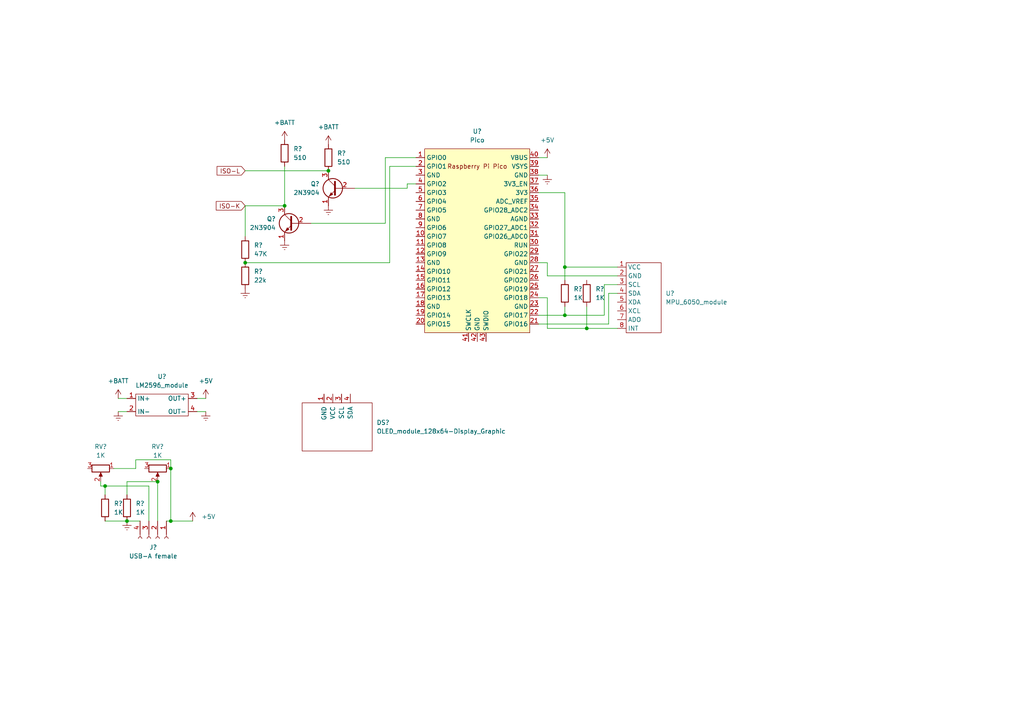
<source format=kicad_sch>
(kicad_sch (version 20211123) (generator eeschema)
  (paper "A4")
  (lib_symbols
    (symbol "Connector:Conn_01x04_Female" (pin_names (offset 1.016) hide)
      (property "Reference" "J" (at 0 5.08 0))
      (property "Value" "Conn_01x04_Female" (at 0 -7.62 0))
      (symbol "Conn_01x04_Female_1_1"
        (arc (start 0 -4.572) (mid -0.508 -5.08) (end 0 -5.588) (stroke (width 0.1524)))
        (arc (start 0 -2.032) (mid -0.508 -2.54) (end 0 -3.048) (stroke (width 0.1524)))
        (polyline (pts (xy -1.27 -5.08) (xy -0.508 -5.08)) (stroke (width 0.1524)))
        (polyline (pts (xy -1.27 -2.54) (xy -0.508 -2.54)) (stroke (width 0.1524)))
        (polyline (pts (xy -1.27 0) (xy -0.508 0)) (stroke (width 0.1524)))
        (polyline (pts (xy -1.27 2.54) (xy -0.508 2.54)) (stroke (width 0.1524)))
        (arc (start 0 0.508) (mid -0.508 0) (end 0 -0.508) (stroke (width 0.1524)))
        (arc (start 0 3.048) (mid -0.508 2.54) (end 0 2.032) (stroke (width 0.1524)))
        (pin passive line (at -5.08 2.54 0) (length 3.81) (name "Pin_1") (number "1"))
        (pin passive line (at -5.08 0 0) (length 3.81) (name "Pin_2") (number "2"))
        (pin passive line (at -5.08 -2.54 0) (length 3.81) (name "Pin_3") (number "3"))
        (pin passive line (at -5.08 -5.08 0) (length 3.81) (name "Pin_4") (number "4"))
      )
    )
    (symbol "Device:R" (pin_numbers hide) (pin_names (offset 0))
      (property "Reference" "R" (at 2.032 0 90))
      (property "Value" "R" (at 0 0 90))
      (symbol "R_0_1"
        (rectangle (start -1.016 -2.54) (end 1.016 2.54) (stroke (width 0.254)))
      )
      (symbol "R_1_1"
        (pin passive line (at 0 3.81 270) (length 1.27) (name "~") (number "1"))
        (pin passive line (at 0 -3.81 90) (length 1.27) (name "~") (number "2"))
      )
    )
    (symbol "Device:R_Potentiometer" (pin_names (offset 1.016) hide)
      (property "Reference" "RV" (at -4.445 0 90))
      (property "Value" "R_Potentiometer" (at -2.54 0 90))
      (symbol "R_Potentiometer_0_1"
        (polyline (pts (xy 2.54 0) (xy 1.524 0)))
        (polyline (pts (xy 1.143 0) (xy 2.286 0.508) (xy 2.286 -0.508) (xy 1.143 0)) (fill (type outline)))
        (rectangle (start 1.016 2.54) (end -1.016 -2.54) (stroke (width 0.254)))
      )
      (symbol "R_Potentiometer_1_1"
        (pin passive line (at 0 3.81 270) (length 1.27) (name "1") (number "1"))
        (pin passive line (at 3.81 0 180) (length 1.27) (name "2") (number "2"))
        (pin passive line (at 0 -3.81 90) (length 1.27) (name "3") (number "3"))
      )
    )
    (symbol "Display_Graphic:OLED_module_128x64-Display_Graphic" (pin_names (offset 1.016))
      (property "Reference" "DS1" (at -1.905 0.8347 90))
      (property "Value" "OLED_module_128x64-Display_Graphic" (at -1.905 -1.7022 90))
      (symbol "OLED_module_128x64-Display_Graphic_0_1"
        (rectangle (start 10.16 2.54) (end -10.16 16.51))
      )
      (symbol "OLED_module_128x64-Display_Graphic_1_1"
        (pin power_in line (at -3.81 19.05 270) (length 2.54) (name "GND") (number "1"))
        (pin power_in line (at -1.27 19.05 270) (length 2.54) (name "VCC") (number "2"))
        (pin bidirectional line (at 1.27 19.05 270) (length 2.54) (name "SCL") (number "3"))
        (pin bidirectional line (at 3.81 19.05 270) (length 2.54) (name "SDA") (number "4"))
      )
    )
    (symbol "MCU_Module:Pico"
      (property "Reference" "U" (at -13.97 27.94 0))
      (property "Value" "Pico" (at 0 19.05 0))
      (symbol "Pico_0_0"
        (text "Raspberry Pi Pico" (at 0 21.59 0) (effects (font (size 1.27 1.27))))
      )
      (symbol "Pico_0_1"
        (rectangle (start -15.24 26.67) (end 15.24 -26.67) (fill (type background)))
      )
      (symbol "Pico_1_1"
        (pin bidirectional line (at -17.78 24.13 0) (length 2.54) (name "GPIO0") (number "1"))
        (pin bidirectional line (at -17.78 1.27 0) (length 2.54) (name "GPIO7") (number "10"))
        (pin bidirectional line (at -17.78 -1.27 0) (length 2.54) (name "GPIO8") (number "11"))
        (pin bidirectional line (at -17.78 -3.81 0) (length 2.54) (name "GPIO9") (number "12"))
        (pin power_in line (at -17.78 -6.35 0) (length 2.54) (name "GND") (number "13"))
        (pin bidirectional line (at -17.78 -8.89 0) (length 2.54) (name "GPIO10") (number "14"))
        (pin bidirectional line (at -17.78 -11.43 0) (length 2.54) (name "GPIO11") (number "15"))
        (pin bidirectional line (at -17.78 -13.97 0) (length 2.54) (name "GPIO12") (number "16"))
        (pin bidirectional line (at -17.78 -16.51 0) (length 2.54) (name "GPIO13") (number "17"))
        (pin power_in line (at -17.78 -19.05 0) (length 2.54) (name "GND") (number "18"))
        (pin bidirectional line (at -17.78 -21.59 0) (length 2.54) (name "GPIO14") (number "19"))
        (pin bidirectional line (at -17.78 21.59 0) (length 2.54) (name "GPIO1") (number "2"))
        (pin bidirectional line (at -17.78 -24.13 0) (length 2.54) (name "GPIO15") (number "20"))
        (pin bidirectional line (at 17.78 -24.13 180) (length 2.54) (name "GPIO16") (number "21"))
        (pin bidirectional line (at 17.78 -21.59 180) (length 2.54) (name "GPIO17") (number "22"))
        (pin power_in line (at 17.78 -19.05 180) (length 2.54) (name "GND") (number "23"))
        (pin bidirectional line (at 17.78 -16.51 180) (length 2.54) (name "GPIO18") (number "24"))
        (pin bidirectional line (at 17.78 -13.97 180) (length 2.54) (name "GPIO19") (number "25"))
        (pin bidirectional line (at 17.78 -11.43 180) (length 2.54) (name "GPIO20") (number "26"))
        (pin bidirectional line (at 17.78 -8.89 180) (length 2.54) (name "GPIO21") (number "27"))
        (pin power_in line (at 17.78 -6.35 180) (length 2.54) (name "GND") (number "28"))
        (pin bidirectional line (at 17.78 -3.81 180) (length 2.54) (name "GPIO22") (number "29"))
        (pin power_in line (at -17.78 19.05 0) (length 2.54) (name "GND") (number "3"))
        (pin input line (at 17.78 -1.27 180) (length 2.54) (name "RUN") (number "30"))
        (pin bidirectional line (at 17.78 1.27 180) (length 2.54) (name "GPIO26_ADC0") (number "31"))
        (pin bidirectional line (at 17.78 3.81 180) (length 2.54) (name "GPIO27_ADC1") (number "32"))
        (pin power_in line (at 17.78 6.35 180) (length 2.54) (name "AGND") (number "33"))
        (pin bidirectional line (at 17.78 8.89 180) (length 2.54) (name "GPIO28_ADC2") (number "34"))
        (pin power_in line (at 17.78 11.43 180) (length 2.54) (name "ADC_VREF") (number "35"))
        (pin power_in line (at 17.78 13.97 180) (length 2.54) (name "3V3") (number "36"))
        (pin input line (at 17.78 16.51 180) (length 2.54) (name "3V3_EN") (number "37"))
        (pin bidirectional line (at 17.78 19.05 180) (length 2.54) (name "GND") (number "38"))
        (pin power_in line (at 17.78 21.59 180) (length 2.54) (name "VSYS") (number "39"))
        (pin bidirectional line (at -17.78 16.51 0) (length 2.54) (name "GPIO2") (number "4"))
        (pin power_in line (at 17.78 24.13 180) (length 2.54) (name "VBUS") (number "40"))
        (pin input line (at -2.54 -29.21 90) (length 2.54) (name "SWCLK") (number "41"))
        (pin power_in line (at 0 -29.21 90) (length 2.54) (name "GND") (number "42"))
        (pin bidirectional line (at 2.54 -29.21 90) (length 2.54) (name "SWDIO") (number "43"))
        (pin bidirectional line (at -17.78 13.97 0) (length 2.54) (name "GPIO3") (number "5"))
        (pin bidirectional line (at -17.78 11.43 0) (length 2.54) (name "GPIO4") (number "6"))
        (pin bidirectional line (at -17.78 8.89 0) (length 2.54) (name "GPIO5") (number "7"))
        (pin power_in line (at -17.78 6.35 0) (length 2.54) (name "GND") (number "8"))
        (pin bidirectional line (at -17.78 3.81 0) (length 2.54) (name "GPIO6") (number "9"))
      )
    )
    (symbol "Regulator_Controller:LM2596_module"
      (property "Reference" "U" (at 0 7.62 0))
      (property "Value" "LM2596_module" (at 0 10.16 0))
      (symbol "LM2596_module_0_1"
        (rectangle (start -7.62 5.08) (end 7.62 -1.27))
        (rectangle (start 105.41 48.26) (end 105.41 48.26))
        (rectangle (start 105.41 48.26) (end 105.41 48.26))
      )
      (symbol "LM2596_module_1_1"
        (pin input line (at -10.16 3.81 0) (length 2.54) (name "IN+") (number "1"))
        (pin input line (at -10.16 0 0) (length 2.54) (name "IN-") (number "2"))
        (pin input line (at 10.16 3.81 180) (length 2.54) (name "OUT+") (number "3"))
        (pin input line (at 10.16 0 180) (length 2.54) (name "OUT-") (number "4"))
      )
    )
    (symbol "Sensor_Motion:MPU_6050_module"
      (property "Reference" "U" (at 0 11.43 0))
      (property "Value" "MPU_6050_module" (at 0 13.97 0))
      (symbol "MPU_6050_module_0_1"
        (rectangle (start -5.08 10.16) (end 5.08 -10.16))
      )
      (symbol "MPU_6050_module_1_1"
        (pin input line (at -7.62 8.89 0) (length 2.54) (name "VCC") (number "1"))
        (pin input line (at -7.62 6.35 0) (length 2.54) (name "GND") (number "2"))
        (pin input line (at -7.62 3.81 0) (length 2.54) (name "SCL") (number "3"))
        (pin bidirectional line (at -7.62 1.27 0) (length 2.54) (name "SDA") (number "4"))
        (pin output line (at -7.62 -1.27 0) (length 2.54) (name "XDA") (number "5"))
        (pin output line (at -7.62 -3.81 0) (length 2.54) (name "XCL") (number "6"))
        (pin input line (at -7.62 -6.35 0) (length 2.54) (name "ADO") (number "7"))
        (pin output line (at -7.62 -8.89 0) (length 2.54) (name "INT") (number "8"))
      )
    )
    (symbol "Transistor_BJT:2N3904" (pin_names (offset 0) hide)
      (property "Reference" "Q" (at 5.08 1.905 0))
      (property "Value" "2N3904" (at 5.08 0 0))
      (symbol "2N3904_0_1"
        (polyline (pts (xy 0.635 0.635) (xy 2.54 2.54)))
        (polyline (pts (xy 0.635 -0.635) (xy 2.54 -2.54) (xy 2.54 -2.54)))
        (polyline (pts (xy 0.635 1.905) (xy 0.635 -1.905) (xy 0.635 -1.905)) (stroke (width 0.508)))
        (polyline (pts (xy 1.27 -1.778) (xy 1.778 -1.27) (xy 2.286 -2.286) (xy 1.27 -1.778) (xy 1.27 -1.778)) (fill (type outline)))
        (circle (center 1.27 0) (radius 2.8194) (stroke (width 0.254)))
      )
      (symbol "2N3904_1_1"
        (pin passive line (at 2.54 -5.08 90) (length 2.54) (name "E") (number "1"))
        (pin passive line (at -5.08 0 0) (length 5.715) (name "B") (number "2"))
        (pin passive line (at 2.54 5.08 270) (length 2.54) (name "C") (number "3"))
      )
    )
    (symbol "power:+5V" (power) (pin_names (offset 0))
      (property "Value" "+5V" (at 0 3.556 0))
      (symbol "+5V_0_1"
        (polyline (pts (xy -0.762 1.27) (xy 0 2.54)))
        (polyline (pts (xy 0 0) (xy 0 2.54)))
        (polyline (pts (xy 0 2.54) (xy 0.762 1.27)))
      )
      (symbol "+5V_1_1"
        (pin power_in line (at 0 0 90) (length 0) hide (name "+5V") (number "1"))
      )
    )
    (symbol "power:+BATT" (power) (pin_names (offset 0))
      (property "Value" "+BATT" (at 0 3.556 0))
      (symbol "+BATT_0_1"
        (polyline (pts (xy -0.762 1.27) (xy 0 2.54)))
        (polyline (pts (xy 0 0) (xy 0 2.54)))
        (polyline (pts (xy 0 2.54) (xy 0.762 1.27)))
      )
      (symbol "+BATT_1_1"
        (pin power_in line (at 0 0 90) (length 0) hide (name "+BATT") (number "1"))
      )
    )
    (symbol "power:Earth" (power) (pin_names (offset 0))
      (symbol "Earth_0_1"
        (polyline (pts (xy -0.635 -1.905) (xy 0.635 -1.905)))
        (polyline (pts (xy -0.127 -2.54) (xy 0.127 -2.54)))
        (polyline (pts (xy 0 -1.27) (xy 0 0)))
        (polyline (pts (xy 1.27 -1.27) (xy -1.27 -1.27)))
      )
      (symbol "Earth_1_1"
        (pin power_in line (at 0 0 270) (length 0) hide (name "Earth") (number "1"))
      )
    )
  )
  (junction (at 163.83 77.47))
  (junction (at 95.25 49.53))
  (junction (at 49.53 135.89))
  (junction (at 30.48 140.97))
  (junction (at 82.55 59.69))
  (junction (at 36.83 151.13))
  (junction (at 45.72 139.7))
  (junction (at 49.53 151.13))
  (junction (at 71.12 76.2))
  (junction (at 163.83 91.44))
  (junction (at 170.18 95.25))
  (wire (pts (xy 43.18 140.97) (xy 30.48 140.97)))
  (wire (pts (xy 158.75 86.36) (xy 156.21 86.36)))
  (wire (pts (xy 34.29 119.38) (xy 36.83 119.38)))
  (wire (pts (xy 30.48 151.13) (xy 36.83 151.13)))
  (wire (pts (xy 45.72 139.7) (xy 45.72 151.13)))
  (wire (pts (xy 39.37 133.35) (xy 39.37 135.89)))
  (wire (pts (xy 39.37 133.35) (xy 49.53 133.35)))
  (wire (pts (xy 175.26 91.44) (xy 175.26 82.55)))
  (wire (pts (xy 39.37 135.89) (xy 33.02 135.89)))
  (wire (pts (xy 71.12 59.69) (xy 71.12 68.58)))
  (wire (pts (xy 36.83 151.13) (xy 40.64 151.13)))
  (wire (pts (xy 118.11 53.34) (xy 120.65 53.34)))
  (wire (pts (xy 163.83 77.47) (xy 163.83 81.28)))
  (wire (pts (xy 30.48 140.97) (xy 29.21 140.97)))
  (wire (pts (xy 45.72 139.7) (xy 36.83 139.7)))
  (wire (pts (xy 163.83 88.9) (xy 163.83 91.44)))
  (wire (pts (xy 82.55 48.26) (xy 82.55 59.69)))
  (wire (pts (xy 118.11 54.61) (xy 118.11 53.34)))
  (wire (pts (xy 113.03 48.26) (xy 113.03 76.2)))
  (wire (pts (xy 59.69 119.38) (xy 57.15 119.38)))
  (wire (pts (xy 36.83 139.7) (xy 36.83 143.51)))
  (wire (pts (xy 156.21 45.72) (xy 158.75 45.72)))
  (wire (pts (xy 120.65 48.26) (xy 113.03 48.26)))
  (wire (pts (xy 29.21 140.97) (xy 29.21 139.7)))
  (wire (pts (xy 158.75 95.25) (xy 158.75 86.36)))
  (wire (pts (xy 176.53 85.09) (xy 179.07 85.09)))
  (wire (pts (xy 71.12 59.69) (xy 82.55 59.69)))
  (wire (pts (xy 48.26 151.13) (xy 49.53 151.13)))
  (wire (pts (xy 170.18 88.9) (xy 170.18 95.25)))
  (wire (pts (xy 49.53 135.89) (xy 49.53 151.13)))
  (wire (pts (xy 156.21 55.88) (xy 163.83 55.88)))
  (wire (pts (xy 170.18 95.25) (xy 179.07 95.25)))
  (wire (pts (xy 156.21 50.8) (xy 158.75 50.8)))
  (wire (pts (xy 57.15 115.57) (xy 59.69 115.57)))
  (wire (pts (xy 175.26 82.55) (xy 179.07 82.55)))
  (wire (pts (xy 90.17 64.77) (xy 111.76 64.77)))
  (wire (pts (xy 158.75 80.01) (xy 179.07 80.01)))
  (wire (pts (xy 113.03 76.2) (xy 71.12 76.2)))
  (wire (pts (xy 163.83 91.44) (xy 175.26 91.44)))
  (wire (pts (xy 71.12 49.53) (xy 95.25 49.53)))
  (wire (pts (xy 156.21 93.98) (xy 176.53 93.98)))
  (wire (pts (xy 156.21 91.44) (xy 163.83 91.44)))
  (wire (pts (xy 49.53 133.35) (xy 49.53 135.89)))
  (wire (pts (xy 43.18 151.13) (xy 43.18 140.97)))
  (wire (pts (xy 49.53 151.13) (xy 55.88 151.13)))
  (wire (pts (xy 176.53 93.98) (xy 176.53 85.09)))
  (wire (pts (xy 163.83 55.88) (xy 163.83 77.47)))
  (wire (pts (xy 163.83 77.47) (xy 179.07 77.47)))
  (wire (pts (xy 34.29 115.57) (xy 36.83 115.57)))
  (wire (pts (xy 158.75 76.2) (xy 158.75 80.01)))
  (wire (pts (xy 111.76 64.77) (xy 111.76 45.72)))
  (wire (pts (xy 102.87 54.61) (xy 118.11 54.61)))
  (wire (pts (xy 111.76 45.72) (xy 120.65 45.72)))
  (wire (pts (xy 158.75 95.25) (xy 170.18 95.25)))
  (wire (pts (xy 158.75 76.2) (xy 156.21 76.2)))
  (wire (pts (xy 30.48 140.97) (xy 30.48 143.51)))
  (global_label "ISO-K" (shape input) (at 71.12 59.69 180) (property "Intersheet References" "${INTERSHEET_REFS}" (effects hide)))
  (global_label "ISO-L" (shape input) (at 71.12 49.53 180) (property "Intersheet References" "${INTERSHEET_REFS}" (effects hide)))
  (symbol (lib_id "Device:R") (at 71.12 72.39 0) (unit 1)
    (property "Reference" "R?" (at 73.66 71.1199 0) (effects (justify left)))
    (property "Value" "47K" (at 73.66 73.6599 0) (effects (justify left)))
  )
  (symbol (lib_id "Device:R") (at 30.48 147.32 0) (unit 1)
    (property "Reference" "R?" (at 33.02 146.0499 0) (effects (justify left)))
    (property "Value" "1K" (at 33.02 148.5899 0) (effects (justify left)))
  )
  (symbol (lib_id "Device:R") (at 36.83 147.32 0) (unit 1)
    (property "Reference" "R?" (at 39.37 146.0499 0) (effects (justify left)))
    (property "Value" "1K" (at 39.37 148.5899 0) (effects (justify left)))
  )
  (symbol (lib_id "Regulator_Controller:LM2596_module") (at 46.99 119.38 0) (unit 1)
    (property "Reference" "U?" (at 46.99 109.22 0))
    (property "Value" "LM2596_module" (at 46.99 111.76 0))
  )
  (symbol (lib_id "Device:R") (at 95.25 45.72 0) (unit 1)
    (property "Reference" "R?" (at 97.79 44.4499 0) (effects (justify left)))
    (property "Value" "510" (at 97.79 46.9899 0) (effects (justify left)))
  )
  (symbol (lib_id "power:+5V") (at 59.69 115.57 0) (unit 1)
    (property "Reference" "#PWR?" (effects hide))
    (property "Value" "+5V" (at 59.69 110.49 0))
  )
  (symbol (lib_id "Sensor_Motion:MPU_6050_module") (at 186.69 86.36 0) (unit 1)
    (property "Reference" "U?" (at 193.04 85.0899 0) (effects (justify left)))
    (property "Value" "MPU_6050_module" (at 193.04 87.6299 0) (effects (justify left)))
    (property "Footprint" "Module:MPU_6050_module" (effects hide))
  )
  (symbol (lib_id "power:Earth") (at 34.29 119.38 0) (unit 1)
    (property "Reference" "#PWR?" (effects hide))
    (property "Value" "Earth" (effects hide))
  )
  (symbol (lib_id "Device:R") (at 82.55 44.45 0) (unit 1)
    (property "Reference" "R?" (at 85.09 43.1799 0) (effects (justify left)))
    (property "Value" "510" (at 85.09 45.7199 0) (effects (justify left)))
  )
  (symbol (lib_id "power:Earth") (at 82.55 69.85 0) (unit 1)
    (property "Reference" "#PWR?" (effects hide))
    (property "Value" "Earth" (effects hide))
  )
  (symbol (lib_id "Device:R") (at 170.18 85.09 0) (unit 1)
    (property "Reference" "R?" (at 172.72 83.8199 0) (effects (justify left)))
    (property "Value" "1K" (at 172.72 86.3599 0) (effects (justify left)))
  )
  (symbol (lib_id "power:Earth") (at 71.12 83.82 0) (unit 1)
    (property "Reference" "#PWR?" (effects hide))
    (property "Value" "Earth" (effects hide))
  )
  (symbol (lib_id "power:Earth") (at 158.75 50.8 0) (unit 1)
    (property "Reference" "#PWR?" (effects hide))
    (property "Value" "Earth" (effects hide))
  )
  (symbol (lib_id "power:Earth") (at 95.25 59.69 0) (unit 1)
    (property "Reference" "#PWR?" (effects hide))
    (property "Value" "Earth" (effects hide))
  )
  (symbol (lib_id "power:+5V") (at 158.75 45.72 0) (unit 1)
    (property "Reference" "#PWR?" (effects hide))
    (property "Value" "+5V" (at 158.75 40.64 0))
  )
  (symbol (lib_id "Device:R") (at 163.83 85.09 0) (unit 1)
    (property "Reference" "R?" (at 166.37 83.8199 0) (effects (justify left)))
    (property "Value" "1K" (at 166.37 86.3599 0) (effects (justify left)))
  )
  (symbol (lib_id "Transistor_BJT:2N3904") (at 97.79 54.61 0) (mirror y) (unit 1)
    (property "Reference" "Q?" (at 92.71 53.3399 0) (effects (justify left)))
    (property "Value" "2N3904" (at 92.71 55.8799 0) (effects (justify left)))
    (property "Footprint" "Package_TO_SOT_THT:TO-92_Inline" (effects hide))
    (property "Datasheet" "https://www.onsemi.com/pub/Collateral/2N3903-D.PDF" (effects hide))
  )
  (symbol (lib_id "Transistor_BJT:2N3904") (at 85.09 64.77 0) (mirror y) (unit 1)
    (property "Reference" "Q?" (at 80.01 63.4999 0) (effects (justify left)))
    (property "Value" "2N3904" (at 80.01 66.0399 0) (effects (justify left)))
    (property "Footprint" "Package_TO_SOT_THT:TO-92_Inline" (effects hide))
    (property "Datasheet" "https://www.onsemi.com/pub/Collateral/2N3903-D.PDF" (effects hide))
  )
  (symbol (lib_id "power:+BATT") (at 34.29 115.57 0) (unit 1)
    (property "Reference" "#PWR?" (effects hide))
    (property "Value" "+BATT" (at 34.29 110.49 0))
  )
  (symbol (lib_id "power:+BATT") (at 95.25 41.91 0) (unit 1)
    (property "Reference" "#PWR?" (effects hide))
    (property "Value" "+BATT" (at 95.25 36.83 0))
  )
  (symbol (lib_id "power:+5V") (at 55.88 151.13 0) (unit 1)
    (property "Reference" "#PWR?" (effects hide))
    (property "Value" "+5V" (at 58.42 149.8599 0) (effects (justify left)))
  )
  (symbol (lib_id "Display_Graphic:OLED_module_128x64-Display_Graphic") (at 97.79 133.35 0) (unit 1)
    (property "Reference" "DS?" (at 109.22 122.5549 0) (effects (justify left)))
    (property "Value" "OLED_module_128x64-Display_Graphic" (at 109.22 125.0949 0) (effects (justify left)))
    (property "Footprint" "Display:OLED__module_128x64" (effects hide))
  )
  (symbol (lib_id "power:Earth") (at 36.83 151.13 0) (unit 1)
    (property "Reference" "#PWR?" (effects hide))
    (property "Value" "Earth" (effects hide))
  )
  (symbol (lib_id "MCU_Module:Pico") (at 138.43 69.85 0) (unit 1)
    (property "Reference" "U?" (at 138.43 38.1 0))
    (property "Value" "Pico" (at 138.43 40.64 0))
    (property "Footprint" "RPi_Pico:RPi_Pico_SMD_TH" (effects hide))
  )
  (symbol (lib_id "power:+BATT") (at 82.55 40.64 0) (unit 1)
    (property "Reference" "#PWR?" (effects hide))
    (property "Value" "+BATT" (at 82.55 35.56 0))
  )
  (symbol (lib_id "power:Earth") (at 59.69 119.38 0) (unit 1)
    (property "Reference" "#PWR?" (effects hide))
    (property "Value" "Earth" (effects hide))
  )
  (symbol (lib_id "Connector:Conn_01x04_Female") (at 45.72 156.21 270) (unit 1)
    (property "Reference" "J?" (at 44.45 158.75 90))
    (property "Value" "USB-A female" (at 44.45 161.29 90))
  )
  (symbol (lib_id "Device:R_Potentiometer") (at 29.21 135.89 270) (unit 1)
    (property "Reference" "RV?" (at 29.21 129.54 90))
    (property "Value" "1K" (at 29.21 132.08 90))
  )
  (symbol (lib_id "Device:R_Potentiometer") (at 45.72 135.89 270) (unit 1)
    (property "Reference" "RV?" (at 45.72 129.54 90))
    (property "Value" "1K" (at 45.72 132.08 90))
  )
  (symbol (lib_id "Device:R") (at 71.12 80.01 0) (unit 1)
    (property "Reference" "R?" (at 73.66 78.7399 0) (effects (justify left)))
    (property "Value" "22k" (at 73.66 81.2799 0) (effects (justify left)))
  )
)
</source>
